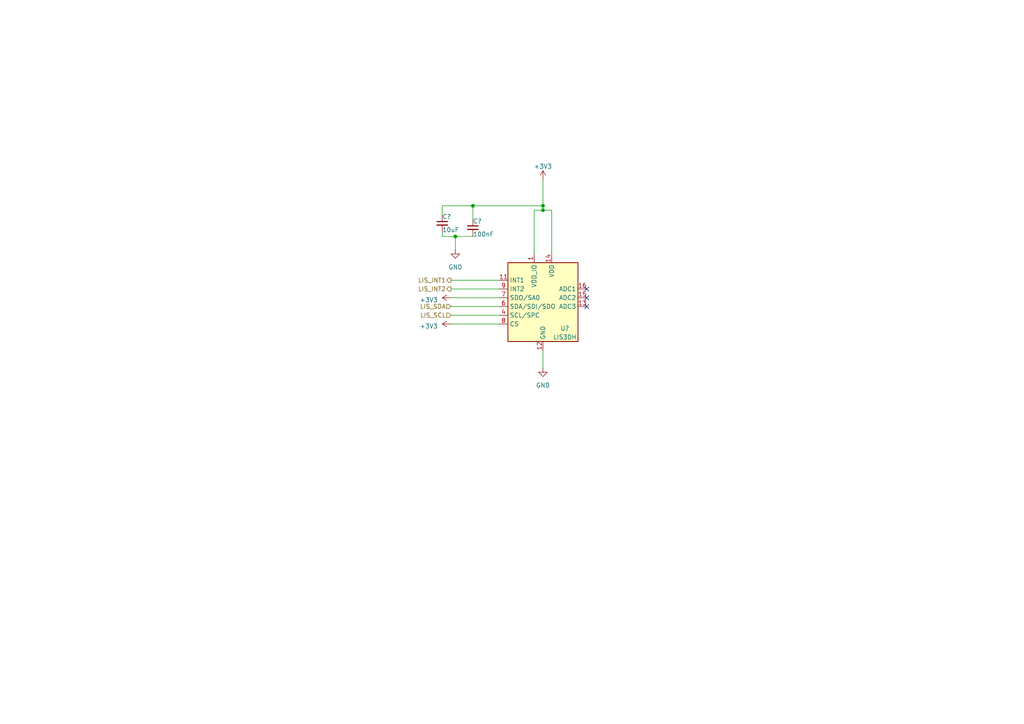
<source format=kicad_sch>
(kicad_sch (version 20210126) (generator eeschema)
  (paper "A4")
  (title_block (title "Asset tracker") (date "2021-04-22") (rev "V0") (company "eurocircutis"))
  (lib_symbols
    (symbol "Device:C_Small" (pin_numbers hide) (pin_names (offset 0.254) hide)
      (property "Reference" "C" (at 0.254 1.778 0))
      (property "Value" "C_Small" (at 0.254 -2.032 0))
      (symbol "C_Small_0_1"
        (polyline (pts (xy -1.524 -0.508) (xy 1.524 -0.508)) (stroke (width 0.3302)))
        (polyline (pts (xy -1.524 0.508) (xy 1.524 0.508)) (stroke (width 0.3048)))
      )
      (symbol "C_Small_1_1"
        (pin passive line (at 0 2.54 270) (length 2.032) (name "~") (number "1"))
        (pin passive line (at 0 -2.54 90) (length 2.032) (name "~") (number "2"))
      )
    )
    (symbol "Sensor_Motion:LIS3DH"
      (property "Reference" "U" (at -7.62 11.43 0))
      (property "Value" "LIS3DH" (at 6.35 11.43 0))
      (symbol "LIS3DH_0_1"
        (rectangle (start -10.16 10.16) (end 10.16 -12.7) (stroke (width 0.254)) (fill (type background)))
      )
      (symbol "LIS3DH_1_1"
        (pin power_in line (at -2.54 12.7 270) (length 2.54) (name "VDD_IO") (number "1"))
        (pin passive line (at 0 -15.24 90) (length 2.54) hide (name "GND") (number "10"))
        (pin output line (at -12.7 5.08 0) (length 2.54) (name "INT1") (number "11"))
        (pin power_in line (at 0 -15.24 90) (length 2.54) (name "GND") (number "12"))
        (pin input line (at 12.7 -2.54 180) (length 2.54) (name "ADC3") (number "13"))
        (pin power_in line (at 2.54 12.7 270) (length 2.54) (name "VDD") (number "14"))
        (pin input line (at 12.7 0 180) (length 2.54) (name "ADC2") (number "15"))
        (pin input line (at 12.7 2.54 180) (length 2.54) (name "ADC1") (number "16"))
        (pin no_connect line (at 10.16 5.08 180) (length 2.54) hide (name "NC") (number "2"))
        (pin no_connect line (at 10.16 7.62 180) (length 2.54) hide (name "NC") (number "3"))
        (pin input line (at -12.7 -5.08 0) (length 2.54) (name "SCL/SPC") (number "4"))
        (pin passive line (at 0 -15.24 90) (length 2.54) hide (name "GND") (number "5"))
        (pin bidirectional line (at -12.7 -2.54 0) (length 2.54) (name "SDA/SDI/SDO") (number "6"))
        (pin bidirectional line (at -12.7 0 0) (length 2.54) (name "SDO/SA0") (number "7"))
        (pin input line (at -12.7 -7.62 0) (length 2.54) (name "CS") (number "8"))
        (pin output line (at -12.7 2.54 0) (length 2.54) (name "INT2") (number "9"))
      )
    )
    (symbol "power:+3V3" (power) (pin_names (offset 0))
      (property "Value" "+3V3" (at 0 3.556 0))
      (symbol "+3V3_0_1"
        (polyline (pts (xy -0.762 1.27) (xy 0 2.54)))
        (polyline (pts (xy 0 0) (xy 0 2.54)))
        (polyline (pts (xy 0 2.54) (xy 0.762 1.27)))
      )
      (symbol "+3V3_1_1"
        (pin power_in line (at 0 0 90) (length 0) hide (name "+3V3") (number "1"))
      )
    )
    (symbol "power:GND" (power) (pin_names (offset 0))
      (property "Value" "GND" (at 0 -3.81 0))
      (symbol "GND_0_1"
        (polyline (pts (xy 0 0) (xy 0 -1.27) (xy 1.27 -1.27) (xy 0 -2.54) (xy -1.27 -1.27) (xy 0 -1.27)))
      )
      (symbol "GND_1_1"
        (pin power_in line (at 0 0 270) (length 0) hide (name "GND") (number "1"))
      )
    )
  )
  (junction (at 132.08 68.58) (diameter 0.9144))
  (junction (at 137.16 59.69) (diameter 0.9144))
  (junction (at 157.48 59.69) (diameter 0.9144))
  (junction (at 157.48 60.96) (diameter 0.9144))
  (no_connect (at 170.18 83.82))
  (no_connect (at 170.18 86.36))
  (no_connect (at 170.18 88.9))
  (wire (pts (xy 128.27 59.69) (xy 128.27 62.23)))
  (wire (pts (xy 128.27 59.69) (xy 137.16 59.69)))
  (wire (pts (xy 128.27 67.31) (xy 128.27 68.58)))
  (wire (pts (xy 128.27 68.58) (xy 132.08 68.58)))
  (wire (pts (xy 130.81 81.28) (xy 144.78 81.28)))
  (wire (pts (xy 130.81 83.82) (xy 144.78 83.82)))
  (wire (pts (xy 130.81 86.36) (xy 144.78 86.36)))
  (wire (pts (xy 130.81 88.9) (xy 144.78 88.9)))
  (wire (pts (xy 130.81 91.44) (xy 144.78 91.44)))
  (wire (pts (xy 130.81 93.98) (xy 144.78 93.98)))
  (wire (pts (xy 132.08 68.58) (xy 137.16 68.58)))
  (wire (pts (xy 132.08 72.39) (xy 132.08 68.58)))
  (wire (pts (xy 137.16 59.69) (xy 137.16 63.5)))
  (wire (pts (xy 137.16 59.69) (xy 157.48 59.69)))
  (wire (pts (xy 154.94 60.96) (xy 157.48 60.96)))
  (wire (pts (xy 154.94 73.66) (xy 154.94 60.96)))
  (wire (pts (xy 157.48 52.07) (xy 157.48 59.69)))
  (wire (pts (xy 157.48 59.69) (xy 157.48 60.96)))
  (wire (pts (xy 157.48 60.96) (xy 160.02 60.96)))
  (wire (pts (xy 157.48 101.6) (xy 157.48 106.68)))
  (wire (pts (xy 160.02 60.96) (xy 160.02 73.66)))
  (hierarchical_label "LIS_INT1" (shape output) (at 130.81 81.28 180))
  (hierarchical_label "LIS_INT2" (shape output) (at 130.81 83.82 180))
  (hierarchical_label "LIS_SDA" (shape input) (at 130.81 88.9 180))
  (hierarchical_label "LIS_SCL" (shape input) (at 130.81 91.44 180))
  (symbol (lib_id "power:+3V3") (at 130.81 86.36 90) (unit 1)
    (property "Reference" "#PWR0119" (effects hide))
    (property "Value" "+3V3" (at 127 86.9949 90) (effects (justify left)))
  )
  (symbol (lib_id "power:+3V3") (at 130.81 93.98 90) (unit 1)
    (property "Reference" "#PWR0118" (effects hide))
    (property "Value" "+3V3" (at 127 94.6149 90) (effects (justify left)))
  )
  (symbol (lib_id "power:+3V3") (at 157.48 52.07 0) (unit 1)
    (property "Reference" "#PWR0116" (effects hide))
    (property "Value" "+3V3" (at 157.48 48.26 0))
  )
  (symbol (lib_id "power:GND") (at 132.08 72.39 0) (unit 1)
    (property "Reference" "#PWR0117" (effects hide))
    (property "Value" "GND" (at 132.08 77.47 0))
  )
  (symbol (lib_id "power:GND") (at 157.48 106.68 0) (unit 1)
    (property "Reference" "#PWR0121" (effects hide))
    (property "Value" "GND" (at 157.48 111.76 0))
  )
  (symbol (lib_id "Device:C_Small") (at 128.27 64.77 0) (unit 1)
    (property "Reference" "C?" (at 128.27 62.8649 0) (effects (justify left)))
    (property "Value" "10uF" (at 128.27 66.6749 0) (effects (justify left)))
  )
  (symbol (lib_id "Device:C_Small") (at 137.16 66.04 0) (unit 1)
    (property "Reference" "C?" (at 137.16 64.1349 0) (effects (justify left)))
    (property "Value" "100nF" (at 137.16 67.9449 0) (effects (justify left)))
  )
  (symbol (lib_id "Sensor_Motion:LIS3DH") (at 157.48 86.36 0) (unit 1)
    (property "Reference" "U?" (at 163.83 95.25 0))
    (property "Value" "LIS3DH" (at 163.83 97.79 0))
    (property "Footprint" "Package_LGA:LGA-16_3x3mm_P0.5mm_LayoutBorder3x5y" (effects hide))
    (property "Datasheet" "https://www.st.com/resource/en/datasheet/cd00274221.pdf" (effects hide))
  )
)
</source>
